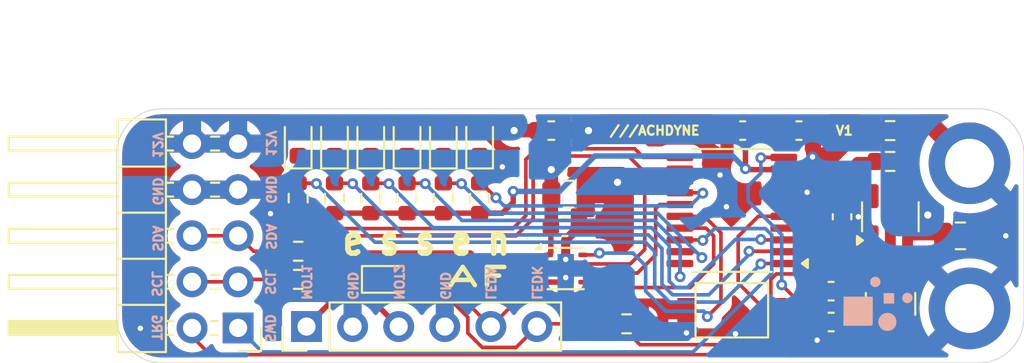
<source format=kicad_pcb>
(kicad_pcb (version 20240108) (generator "pcbnew") (generator_version "8.0")
  (layers (0 "F.Cu" signal) (31 "B.Cu" signal) (34 "B.Paste" user) (35 "F.Paste" user) (36 "B.SilkS" user "B.Silkscreen") (37 "F.SilkS" user "F.Silkscreen") (38 "B.Mask" user) (39 "F.Mask" user) (44 "Edge.Cuts" user))
  (net 0 "")
  (net 1 "GND")
  (net 2 "/PWR3V3")
  (net 3 "/SW")
  (net 4 "Net-(U4-BST)")
  (net 5 "/USB_DN_PU")
  (net 6 "/SDA")
  (net 7 "/SCL")
  (net 8 "/SWDIO")
  (net 9 "/RESET")
  (net 10 "/SCLC")
  (net 11 "/SDAC")
  (net 12 "/A2")
  (net 13 "/A3")
  (net 14 "/A4")
  (net 15 "/A5")
  (net 16 "/A6")
  (net 17 "/A7")
  (net 18 "/TRIGGER")
  (net 19 "/DRV_SLP")
  (net 20 "/DRV_IN1")
  (net 21 "/DRV_IN2")
  (net 22 "/DRV_MODE")
  (net 23 "/PWRIN")
  (net 24 "/ELED_K")
  (net 25 "/ELED_A")
  (net 26 "/PWRINC")
  (net 27 "Net-(U4-FB)")
  (net 30 "/MOT1")
  (net 31 "/MOT2")
  (footprint "Resistor_SMD:R_0603_1608Metric" (layer "F.Cu") (at 120 104.925 90)
    (property "Reference" "R13" (hide yes))
    (property "Value" "10K" (hide yes))
    (pad "1" smd roundrect (at -0.825 0 90) (size 0.8 0.95) (layers "F.Cu" "F.Paste" "F.Mask") (net 2 "/PWR3V3"))
    (pad "2" smd roundrect (at 0.825 0 90) (size 0.8 0.95) (layers "F.Cu" "F.Paste" "F.Mask") (net 12 "/A2"))
  )
  (footprint "MountingHole:MountingHole_2.7mm_M2.5_ISO14580_Pad" (layer "F.Cu") (at 147 103)
    (property "Reference" "H1" (hide yes))
    (property "Value" "MountingHole_Pad" (hide yes))
    (pad "1" thru_hole circle (at 0 0) (size 4.5 4.5) (drill 2.7) (layers "*.Cu" "*.Mask") (net 1 "GND"))
  )
  (footprint "MountingHole:MountingHole_2.7mm_M2.5_ISO14580_Pad" (layer "F.Cu") (at 147 111)
    (property "Reference" "H2" (hide yes))
    (property "Value" "MountingHole_Pad" (hide yes))
    (pad "1" thru_hole circle (at 0 0) (size 4.5 4.5) (drill 2.7) (layers "*.Cu" "*.Mask") (net 1 "GND"))
  )
  (footprint "Resistor_SMD:R_0603_1608Metric" (layer "F.Cu") (at 112 104.925 90)
    (property "Reference" "R9" (hide yes))
    (property "Value" "10K" (hide yes))
    (pad "1" smd roundrect (at -0.825 0 90) (size 0.8 0.95) (layers "F.Cu" "F.Paste" "F.Mask") (net 2 "/PWR3V3"))
    (pad "2" smd roundrect (at 0.825 0 90) (size 0.8 0.95) (layers "F.Cu" "F.Paste" "F.Mask") (net 15 "/A5"))
  )
  (footprint "Inductor_SMD:L_1210_3225Metric" (layer "F.Cu") (at 142.65 110.75 -90)
    (property "Reference" "L1" (hide yes))
    (property "Value" "3.3uH 1.2A" (hide yes))
    (pad "1" smd roundrect (at -1.4 0 270) (size 1.25 2.65) (layers "F.Cu" "F.Paste" "F.Mask") (roundrect_rratio 0.2) (net 3 "/SW"))
    (pad "2" smd roundrect (at 1.4 0 270) (size 1.25 2.65) (layers "F.Cu" "F.Paste" "F.Mask") (roundrect_rratio 0.2) (net 2 "/PWR3V3"))
  )
  (footprint "Package_SON:WSON-8-1EP_2x2mm_P0.5mm_EP0.9x1.6mm_ThermalVias" (layer "F.Cu") (at 124.7425 108.8)
    (property "Reference" "U3" (hide yes))
    (property "Value" "DRV8220" (hide yes))
    (pad "1" smd roundrect (at -0.95 -0.75) (size 0.5 0.25) (layers "F.Cu" "F.Paste" "F.Mask") (net 23 "/PWRIN"))
    (pad "2" smd roundrect (at -0.95 -0.25) (size 0.5 0.25) (layers "F.Cu" "F.Paste" "F.Mask") (net 30 "/MOT1"))
    (pad "3" smd roundrect (at -0.95 0.25) (size 0.5 0.25) (layers "F.Cu" "F.Paste" "F.Mask") (net 31 "/MOT2"))
    (pad "4" smd roundrect (at -0.95 0.75) (size 0.5 0.25) (layers "F.Cu" "F.Paste" "F.Mask") (net 1 "GND"))
    (pad "5" smd roundrect (at 0.95 0.75) (size 0.5 0.25) (layers "F.Cu" "F.Paste" "F.Mask") (net 21 "/DRV_IN2"))
    (pad "6" smd roundrect (at 0.95 0.25) (size 0.5 0.25) (layers "F.Cu" "F.Paste" "F.Mask") (net 20 "/DRV_IN1"))
    (pad "7" smd roundrect (at 0.95 -0.25) (size 0.5 0.25) (layers "F.Cu" "F.Paste" "F.Mask") (net 22 "/DRV_MODE"))
    (pad "8" smd roundrect (at 0.95 -0.75) (size 0.5 0.25) (layers "F.Cu" "F.Paste" "F.Mask") (net 19 "/DRV_SLP"))
    (pad "9" thru_hole circle (at 0 -0.5) (size 0.6 0.6) (drill 0.3) (layers "*.Cu") (net 1 "GND"))
    (pad "9" smd rect (at 0 0) (size 0.9 1.6) (layers "F.Cu" "F.Mask") (net 1 "GND"))
    (pad "9" smd rect (at 0 0) (size 0.9 1.6) (layers "B.Cu") (net 1 "GND"))
    (pad "9" thru_hole circle (at 0 0.5) (size 0.6 0.6) (drill 0.3) (layers "*.Cu") (net 1 "GND"))
  )
  (footprint "Capacitor_SMD:C_0603_1608Metric" (layer "F.Cu") (at 139.375 111.75 180)
    (property "Reference" "C9" (hide yes))
    (property "Value" "22uF" (hide yes))
    (pad "1" smd roundrect (at -0.775 0 180) (size 0.9 0.95) (layers "F.Cu" "F.Paste" "F.Mask") (net 2 "/PWR3V3"))
    (pad "2" smd roundrect (at 0.775 0 180) (size 0.9 0.95) (layers "F.Cu" "F.Paste" "F.Mask") (net 1 "GND"))
  )
  (footprint "Diode_SMD:D_0603_1608Metric" (layer "F.Cu") (at 118 101.8 90)
    (property "Reference" "Q7" (hide yes))
    (property "Value" "Q_Photo_NPN" (hide yes))
    (pad "1" smd roundrect (at -0.7875 0 90) (size 0.875 0.95) (layers "F.Cu" "F.Paste" "F.Mask") (net 13 "/A3"))
    (pad "2" smd roundrect (at 0.7875 0 90) (size 0.875 0.95) (layers "F.Cu" "F.Paste" "F.Mask") (net 1 "GND"))
  )
  (footprint "Resistor_SMD:R_0603_1608Metric" (layer "F.Cu") (at 142.625 101.2 180)
    (property "Reference" "R3" (hide yes))
    (property "Value" "10K" (hide yes))
    (pad "1" smd roundrect (at -0.825 0 180) (size 0.8 0.95) (layers "F.Cu" "F.Paste" "F.Mask") (net 1 "GND"))
    (pad "2" smd roundrect (at 0.825 0 180) (size 0.8 0.95) (layers "F.Cu" "F.Paste" "F.Mask") (net 27 "Net-(U4-FB)"))
  )
  (footprint "Resistor_SMD:R_0603_1608Metric" (layer "F.Cu") (at 114 104.925 90)
    (property "Reference" "R10" (hide yes))
    (property "Value" "10K" (hide yes))
    (pad "1" smd roundrect (at -0.825 0 90) (size 0.8 0.95) (layers "F.Cu" "F.Paste" "F.Mask") (net 2 "/PWR3V3"))
    (pad "2" smd roundrect (at 0.825 0 90) (size 0.8 0.95) (layers "F.Cu" "F.Paste" "F.Mask") (net 16 "/A6"))
  )
  (footprint "Capacitor_SMD:C_0603_1608Metric" (layer "F.Cu") (at 139.975 105.95 -90)
    (property "Reference" "C8" (hide yes))
    (property "Value" "100nF16v" (hide yes))
    (pad "1" smd roundrect (at -0.775 0 270) (size 0.9 0.95) (layers "F.Cu" "F.Paste" "F.Mask") (net 4 "Net-(U4-BST)"))
    (pad "2" smd roundrect (at 0.775 0 270) (size 0.9 0.95) (layers "F.Cu" "F.Paste" "F.Mask") (net 3 "/SW"))
  )
  (footprint "Diode_SMD:D_0603_1608Metric" (layer "F.Cu") (at 116 101.8 90)
    (property "Reference" "Q6" (hide yes))
    (property "Value" "Q_Photo_NPN" (hide yes))
    (pad "1" smd roundrect (at -0.7875 0 90) (size 0.875 0.95) (layers "F.Cu" "F.Paste" "F.Mask") (net 14 "/A4"))
    (pad "2" smd roundrect (at 0.7875 0 90) (size 0.875 0.95) (layers "F.Cu" "F.Paste" "F.Mask") (net 1 "GND"))
  )
  (footprint "Package_SO:TSSOP-20_4.4x6.5mm_P0.65mm" (layer "F.Cu") (at 133.9 105.6 180)
    (property "Reference" "U1" (hide yes))
    (property "Value" "CH32V003F4P6" (hide yes))
    (pad "1" smd roundrect (at -2.8625 -2.925 180) (size 1.475 0.4) (layers "F.Cu" "F.Paste" "F.Mask") (net 17 "/A7"))
    (pad "2" smd roundrect (at -2.8625 -2.275 180) (size 1.475 0.4) (layers "F.Cu" "F.Paste" "F.Mask") (net 15 "/A5"))
    (pad "3" smd roundrect (at -2.8625 -1.625 180) (size 1.475 0.4) (layers "F.Cu" "F.Paste" "F.Mask") (net 16 "/A6"))
    (pad "4" smd roundrect (at -2.8625 -0.975 180) (size 1.475 0.4) (layers "F.Cu" "F.Paste" "F.Mask") (net 9 "/RESET"))
    (pad "5" smd roundrect (at -2.8625 -0.325 180) (size 1.475 0.4) (layers "F.Cu" "F.Paste" "F.Mask") (net 25 "/ELED_A"))
    (pad "6" smd roundrect (at -2.8625 0.325 180) (size 1.475 0.4) (layers "F.Cu" "F.Paste" "F.Mask"))
    (pad "7" smd roundrect (at -2.8625 0.975 180) (size 1.475 0.4) (layers "F.Cu" "F.Paste" "F.Mask") (net 1 "GND"))
    (pad "8" smd roundrect (at -2.8625 1.625 180) (size 1.475 0.4) (layers "F.Cu" "F.Paste" "F.Mask") (net 5 "/USB_DN_PU"))
    (pad "9" smd roundrect (at -2.8625 2.275 180) (size 1.475 0.4) (layers "F.Cu" "F.Paste" "F.Mask") (net 2 "/PWR3V3"))
    (pad "10" smd roundrect (at -2.8625 2.925 180) (size 1.475 0.4) (layers "F.Cu" "F.Paste" "F.Mask") (net 18 "/TRIGGER"))
    (pad "11" smd roundrect (at 2.8625 2.925 180) (size 1.475 0.4) (layers "F.Cu" "F.Paste" "F.Mask") (net 6 "/SDA"))
    (pad "12" smd roundrect (at 2.8625 2.275 180) (size 1.475 0.4) (layers "F.Cu" "F.Paste" "F.Mask") (net 7 "/SCL"))
    (pad "13" smd roundrect (at 2.8625 1.625 180) (size 1.475 0.4) (layers "F.Cu" "F.Paste" "F.Mask") (net 22 "/DRV_MODE"))
    (pad "14" smd roundrect (at 2.8625 0.975 180) (size 1.475 0.4) (layers "F.Cu" "F.Paste" "F.Mask") (net 12 "/A2"))
    (pad "15" smd roundrect (at 2.8625 0.325 180) (size 1.475 0.4) (layers "F.Cu" "F.Paste" "F.Mask") (net 20 "/DRV_IN1"))
    (pad "16" smd roundrect (at 2.8625 -0.325 180) (size 1.475 0.4) (layers "F.Cu" "F.Paste" "F.Mask") (net 19 "/DRV_SLP"))
    (pad "17" smd roundrect (at 2.8625 -0.975 180) (size 1.475 0.4) (layers "F.Cu" "F.Paste" "F.Mask") (net 21 "/DRV_IN2"))
    (pad "18" smd roundrect (at 2.8625 -1.625 180) (size 1.475 0.4) (layers "F.Cu" "F.Paste" "F.Mask") (net 8 "/SWDIO"))
    (pad "19" smd roundrect (at 2.8625 -2.275 180) (size 1.475 0.4) (layers "F.Cu" "F.Paste" "F.Mask") (net 13 "/A3"))
    (pad "20" smd roundrect (at 2.8625 -2.925 180) (size 1.475 0.4) (layers "F.Cu" "F.Paste" "F.Mask") (net 14 "/A4"))
  )
  (footprint "Capacitor_SMD:C_0805_2012Metric" (layer "F.Cu") (at 124.9 104.7)
    (property "Reference" "C3" (hide yes))
    (property "Value" "22uF25v" (hide yes))
    (pad "1" smd roundrect (at -0.95 0) (size 1 1.45) (layers "F.Cu" "F.Paste" "F.Mask") (net 23 "/PWRIN"))
    (pad "2" smd roundrect (at 0.95 0) (size 1 1.45) (layers "F.Cu" "F.Paste" "F.Mask") (net 1 "GND"))
  )
  (footprint "Connector_PinHeader_2.54mm:PinHeader_1x06_P2.54mm_Vertical" (layer "F.Cu") (at 110.46 112 90)
    (property "Reference" "J2" (hide yes))
    (property "Value" "Conn_01x06_Pin" (hide yes))
    (pad "1" thru_hole rect (at 0 0 90) (size 1.7 1.7) (drill 1) (layers "*.Cu" "*.Mask") (net 30 "/MOT1"))
    (pad "2" thru_hole oval (at 0 2.54 90) (size 1.7 1.7) (drill 1) (layers "*.Cu" "*.Mask") (net 1 "GND"))
    (pad "3" thru_hole oval (at 0 5.08 90) (size 1.7 1.7) (drill 1) (layers "*.Cu" "*.Mask") (net 31 "/MOT2"))
    (pad "4" thru_hole oval (at 0 7.62 90) (size 1.7 1.7) (drill 1) (layers "*.Cu" "*.Mask") (net 1 "GND"))
    (pad "5" thru_hole oval (at 0 10.16 90) (size 1.7 1.7) (drill 1) (layers "*.Cu" "*.Mask") (net 25 "/ELED_A"))
    (pad "6" thru_hole oval (at 0 12.7 90) (size 1.7 1.7) (drill 1) (layers "*.Cu" "*.Mask") (net 24 "/ELED_K"))
  )
  (footprint "Resistor_SMD:R_0603_1608Metric" (layer "F.Cu") (at 116 104.925 90)
    (property "Reference" "R11" (hide yes))
    (property "Value" "10K" (hide yes))
    (pad "1" smd roundrect (at -0.825 0 90) (size 0.8 0.95) (layers "F.Cu" "F.Paste" "F.Mask") (net 2 "/PWR3V3"))
    (pad "2" smd roundrect (at 0.825 0 90) (size 0.8 0.95) (layers "F.Cu" "F.Paste" "F.Mask") (net 14 "/A4"))
  )
  (footprint "Capacitor_SMD:C_0603_1608Metric" (layer "F.Cu") (at 134.5 101.2 180)
    (property "Reference" "C1" (hide yes))
    (property "Value" "100nF" (hide yes))
    (pad "1" smd roundrect (at -0.775 0 180) (size 0.9 0.95) (layers "F.Cu" "F.Paste" "F.Mask") (net 2 "/PWR3V3"))
    (pad "2" smd roundrect (at 0.775 0 180) (size 0.9 0.95) (layers "F.Cu" "F.Paste" "F.Mask") (net 1 "GND"))
  )
  (footprint "LD-SWITCH:Button_2P_3x4mm" (layer "F.Cu") (at 133.9 111.1 180)
    (property "Reference" "SW3" (hide yes))
    (property "Value" "SW_Push" (hide yes))
    (pad "1" smd rect (at -2.5 0 180) (size 1 1.35) (layers "F.Cu" "F.Paste" "F.Mask") (net 9 "/RESET"))
    (pad "2" smd rect (at 2.5 0 180) (size 1 1.35) (layers "F.Cu" "F.Paste" "F.Mask") (net 1 "GND"))
  )
  (footprint "Resistor_SMD:R_0603_1608Metric" (layer "F.Cu") (at 128.1 111.85 180)
    (property "Reference" "R1" (hide yes))
    (property "Value" "1K" (hide yes))
    (pad "1" smd roundrect (at -0.825 0 180) (size 0.8 0.95) (layers "F.Cu" "F.Paste" "F.Mask") (net 1 "GND"))
    (pad "2" smd roundrect (at 0.825 0 180) (size 0.8 0.95) (layers "F.Cu" "F.Paste" "F.Mask") (net 24 "/ELED_K"))
  )
  (footprint "Diode_SMD:D_0603_1608Metric" (layer "F.Cu") (at 112 101.8 90)
    (property "Reference" "Q4" (hide yes))
    (property "Value" "Q_Photo_NPN" (hide yes))
    (pad "1" smd roundrect (at -0.7875 0 90) (size 0.875 0.95) (layers "F.Cu" "F.Paste" "F.Mask") (net 15 "/A5"))
    (pad "2" smd roundrect (at 0.7875 0 90) (size 0.875 0.95) (layers "F.Cu" "F.Paste" "F.Mask") (net 1 "GND"))
  )
  (footprint "Fuse:Fuse_0603_1608Metric" (layer "F.Cu") (at 123.95 101.2)
    (property "Reference" "F1" (hide yes))
    (property "Value" "500mA Hold 1A Trip 15V" (hide yes))
    (pad "1" smd roundrect (at -0.7875 0) (size 0.875 0.95) (layers "F.Cu" "F.Paste" "F.Mask") (net 26 "/PWRINC"))
    (pad "2" smd roundrect (at 0.7875 0) (size 0.875 0.95) (layers "F.Cu" "F.Paste" "F.Mask") (net 23 "/PWRIN"))
  )
  (footprint "Resistor_SMD:R_0603_1608Metric" (layer "F.Cu") (at 118 104.925 90)
    (property "Reference" "R12" (hide yes))
    (property "Value" "10K" (hide yes))
    (pad "1" smd roundrect (at -0.825 0 90) (size 0.8 0.95) (layers "F.Cu" "F.Paste" "F.Mask") (net 2 "/PWR3V3"))
    (pad "2" smd roundrect (at 0.825 0 90) (size 0.8 0.95) (layers "F.Cu" "F.Paste" "F.Mask") (net 13 "/A3"))
  )
  (footprint "Resistor_SMD:R_0603_1608Metric" (layer "F.Cu") (at 110 104.925 90)
    (property "Reference" "R4" (hide yes))
    (property "Value" "10K" (hide yes))
    (pad "1" smd roundrect (at -0.825 0 90) (size 0.8 0.95) (layers "F.Cu" "F.Paste" "F.Mask") (net 2 "/PWR3V3"))
    (pad "2" smd roundrect (at 0.825 0 90) (size 0.8 0.95) (layers "F.Cu" "F.Paste" "F.Mask") (net 17 "/A7"))
  )
  (footprint "Capacitor_SMD:C_0805_2012Metric" (layer "F.Cu") (at 146.5 107)
    (property "Reference" "C7" (hide yes))
    (property "Value" "10uF16v" (hide yes))
    (pad "1" smd roundrect (at -0.95 0) (size 1 1.45) (layers "F.Cu" "F.Paste" "F.Mask") (net 23 "/PWRIN"))
    (pad "2" smd roundrect (at 0.95 0) (size 1 1.45) (layers "F.Cu" "F.Paste" "F.Mask") (net 1 "GND"))
  )
  (footprint "Resistor_SMD:R_0603_1608Metric" (layer "F.Cu") (at 110 107.85)
    (property "Reference" "R6" (hide yes))
    (property "Value" "100R" (hide yes))
    (pad "1" smd roundrect (at -0.825 0) (size 0.8 0.95) (layers "F.Cu" "F.Paste" "F.Mask") (net 11 "/SDAC"))
    (pad "2" smd roundrect (at 0.825 0) (size 0.8 0.95) (layers "F.Cu" "F.Paste" "F.Mask") (net 6 "/SDA"))
  )
  (footprint "Diode_SMD:D_0603_1608Metric" (layer "F.Cu") (at 120 101.8 90)
    (property "Reference" "Q8" (hide yes))
    (property "Value" "Q_Photo_NPN" (hide yes))
    (pad "1" smd roundrect (at -0.7875 0 90) (size 0.875 0.95) (layers "F.Cu" "F.Paste" "F.Mask") (net 12 "/A2"))
    (pad "2" smd roundrect (at 0.7875 0 90) (size 0.875 0.95) (layers "F.Cu" "F.Paste" "F.Mask") (net 1 "GND"))
  )
  (footprint "Diode_SMD:D_0603_1608Metric" (layer "F.Cu") (at 114 101.8 90)
    (property "Reference" "Q5" (hide yes))
    (property "Value" "Q_Photo_NPN" (hide yes))
    (pad "1" smd roundrect (at -0.7875 0 90) (size 0.875 0.95) (layers "F.Cu" "F.Paste" "F.Mask") (net 16 "/A6"))
    (pad "2" smd roundrect (at 0.7875 0 90) (size 0.875 0.95) (layers "F.Cu" "F.Paste" "F.Mask") (net 1 "GND"))
  )
  (footprint "Capacitor_SMD:C_0603_1608Metric" (layer "F.Cu") (at 139.375 110.05 180)
    (property "Reference" "C10" (hide yes))
    (property "Value" "22uF" (hide yes))
    (pad "1" smd roundrect (at -0.775 0 180) (size 0.9 0.95) (layers "F.Cu" "F.Paste" "F.Mask") (net 2 "/PWR3V3"))
    (pad "2" smd roundrect (at 0.775 0 180) (size 0.9 0.95) (layers "F.Cu" "F.Paste" "F.Mask") (net 1 "GND"))
  )
  (footprint "Capacitor_SMD:C_0603_1608Metric" (layer "F.Cu") (at 124.7 106.5)
    (property "Reference" "C6" (hide yes))
    (property "Value" "100nF16v" (hide yes))
    (pad "1" smd roundrect (at -0.775 0) (size 0.9 0.95) (layers "F.Cu" "F.Paste" "F.Mask") (net 23 "/PWRIN"))
    (pad "2" smd roundrect (at 0.775 0) (size 0.9 0.95) (layers "F.Cu" "F.Paste" "F.Mask") (net 1 "GND"))
  )
  (footprint "LED_SMD:LED_0603_1608Metric" (layer "F.Cu") (at 115 109.4)
    (property "Reference" "D1" (hide yes))
    (property "Value" "LED" (hide yes))
    (pad "1" smd roundrect (at -0.7875 0) (size 0.875 0.95) (layers "F.Cu" "F.Mask") (net 24 "/ELED_K"))
    (pad "2" smd roundrect (at 0.7875 0) (size 0.875 0.95) (layers "F.Cu" "F.Mask") (net 25 "/ELED_A"))
  )
  (footprint "Resistor_SMD:R_0603_1608Metric" (layer "F.Cu") (at 110 109.4)
    (property "Reference" "R7" (hide yes))
    (property "Value" "100R" (hide yes))
    (pad "1" smd roundrect (at -0.825 0) (size 0.8 0.95) (layers "F.Cu" "F.Paste" "F.Mask") (net 10 "/SCLC"))
    (pad "2" smd roundrect (at 0.825 0) (size 0.8 0.95) (layers "F.Cu" "F.Paste" "F.Mask") (net 7 "/SCL"))
  )
  (footprint "Package_TO_SOT_SMD:TSOT-23-6" (layer "F.Cu") (at 142.6375 105.95 90)
    (property "Reference" "U4" (hide yes))
    (property "Value" "AP62300TWU-7" (hide yes))
    (pad "1" smd roundrect (at -1.1375 -0.95 90) (size 1.325 0.6) (layers "F.Cu" "F.Paste" "F.Mask") (net 1 "GND"))
    (pad "2" smd roundrect (at -1.1375 0 90) (size 1.325 0.6) (layers "F.Cu" "F.Paste" "F.Mask") (net 3 "/SW"))
    (pad "3" smd roundrect (at -1.1375 0.95 90) (size 1.325 0.6) (layers "F.Cu" "F.Paste" "F.Mask") (net 23 "/PWRIN"))
    (pad "4" smd roundrect (at 1.1375 0.95 90) (size 1.325 0.6) (layers "F.Cu" "F.Paste" "F.Mask") (net 27 "Net-(U4-FB)"))
    (pad "5" smd roundrect (at 1.1375 0 90) (size 1.325 0.6) (layers "F.Cu" "F.Paste" "F.Mask"))
    (pad "6" smd roundrect (at 1.1375 -0.95 90) (size 1.325 0.6) (layers "F.Cu" "F.Paste" "F.Mask") (net 4 "Net-(U4-BST)"))
  )
  (footprint "Capacitor_SMD:C_0603_1608Metric" (layer "F.Cu") (at 137.6 101.2)
    (property "Reference" "C2" (hide yes))
    (property "Value" "10uF" (hide yes))
    (pad "1" smd roundrect (at -0.775 0) (size 0.9 0.95) (layers "F.Cu" "F.Paste" "F.Mask") (net 2 "/PWR3V3"))
    (pad "2" smd roundrect (at 0.775 0) (size 0.9 0.95) (layers "F.Cu" "F.Paste" "F.Mask") (net 1 "GND"))
  )
  (footprint "Resistor_SMD:R_0603_1608Metric" (layer "F.Cu") (at 142.625 102.9 180)
    (property "Reference" "R2" (hide yes))
    (property "Value" "33K2" (hide yes))
    (pad "1" smd roundrect (at -0.825 0 180) (size 0.8 0.95) (layers "F.Cu" "F.Paste" "F.Mask") (net 27 "Net-(U4-FB)"))
    (pad "2" smd roundrect (at 0.825 0 180) (size 0.8 0.95) (layers "F.Cu" "F.Paste" "F.Mask") (net 2 "/PWR3V3"))
  )
  (footprint "Diode_SMD:D_0603_1608Metric" (layer "F.Cu") (at 110 101.8 90)
    (property "Reference" "Q3" (hide yes))
    (property "Value" "Q_Photo_NPN" (hide yes))
    (pad "1" smd roundrect (at -0.7875 0 90) (size 0.875 0.95) (layers "F.Cu" "F.Paste" "F.Mask") (net 17 "/A7"))
    (pad "2" smd roundrect (at 0.7875 0 90) (size 0.875 0.95) (layers "F.Cu" "F.Paste" "F.Mask") (net 1 "GND"))
  )
  (footprint "Connector_PinHeader_2.54mm:PinHeader_2x05_P2.54mm_Horizontal" (layer "F.Cu") (at 106.69 112.075 180)
    (property "Reference" "J1" (hide yes))
    (property "Value" "Conn_02x05_Odd_Even" (hide yes))
    (pad "1" thru_hole rect (at 0 0 180) (size 1.7 1.7) (drill 1) (layers "*.Cu" "*.Mask") (net 8 "/SWDIO"))
    (pad "2" thru_hole oval (at 2.54 0 180) (size 1.7 1.7) (drill 1) (layers "*.Cu" "*.Mask") (net 18 "/TRIGGER"))
    (pad "3" thru_hole oval (at 0 2.54 180) (size 1.7 1.7) (drill 1) (layers "*.Cu" "*.Mask") (net 10 "/SCLC"))
    (pad "4" thru_hole oval (at 2.54 2.54 180) (size 1.7 1.7) (drill 1) (layers "*.Cu" "*.Mask") (net 10 "/SCLC"))
    (pad "5" thru_hole oval (at 0 5.08 180) (size 1.7 1.7) (drill 1) (layers "*.Cu" "*.Mask") (net 11 "/SDAC"))
    (pad "6" thru_hole oval (at 2.54 5.08 180) (size 1.7 1.7) (drill 1) (layers "*.Cu" "*.Mask") (net 11 "/SDAC"))
    (pad "7" thru_hole oval (at 0 7.62 180) (size 1.7 1.7) (drill 1) (layers "*.Cu" "*.Mask") (net 1 "GND"))
    (pad "8" thru_hole oval (at 2.54 7.62 180) (size 1.7 1.7) (drill 1) (layers "*.Cu" "*.Mask") (net 1 "GND"))
    (pad "9" thru_hole oval (at 0 10.16 180) (size 1.7 1.7) (drill 1) (layers "*.Cu" "*.Mask") (net 26 "/PWRINC"))
    (pad "10" thru_hole oval (at 2.54 10.16 180) (size 1.7 1.7) (drill 1) (layers "*.Cu" "*.Mask") (net 26 "/PWRINC"))
  )
  (footprint "LD-LOGO:ld-kicad" (layer "B.Cu") (at 141.9 110.9 90)
    (property "Reference" "G***" (hide yes))
    (property "Value" "LOGO" (hide yes))
  )
  (gr_arc (start 102.5 114) (mid 100.732233 113.267767) (end 100 111.5) (stroke (width 0.05)) (layer "Edge.Cuts"))
  (gr_line (start 150 102.5) (end 150 111.5) (stroke (width 0.05)) (layer "Edge.Cuts"))
  (gr_line (start 100 111.5) (end 100 102.5) (stroke (width 0.05)) (layer "Edge.Cuts"))
  (gr_line (start 102.5 100) (end 147.5 100) (stroke (width 0.05)) (layer "Edge.Cuts"))
  (gr_arc (start 100 102.5) (mid 100.732233 100.732233) (end 102.5 100) (stroke (width 0.05)) (layer "Edge.Cuts"))
  (gr_arc (start 150 111.5) (mid 149.267767 113.267767) (end 147.5 114) (stroke (width 0.05)) (layer "Edge.Cuts"))
  (gr_arc (start 147.5 100) (mid 149.267767 100.732233) (end 150 102.5) (stroke (width 0.05)) (layer "Edge.Cuts"))
  (gr_line (start 147.5 114) (end 102.5 114) (stroke (width 0.05)) (layer "Edge.Cuts"))
  (gr_text "LEDA" (at 120.6 110.6 270) (layer "B.SilkS") (effects (font (size 0.5 0.5) (thickness 0.125) (bold yes)) (justify left mirror)))
  (gr_text "SDA" (at 108.5 107.05 270) (layer "B.SilkS") (effects (font (size 0.5 0.5) (thickness 0.125) (bold yes)) (justify mirror)))
  (gr_text "GND" (at 108.5 104.45 270) (layer "B.SilkS") (effects (font (size 0.5 0.5) (thickness 0.125) (bold yes)) (justify mirror)))
  (gr_text "TRG" (at 102.2 112.05 270) (layer "B.SilkS") (effects (font (size 0.5 0.5) (thickness 0.125) (bold yes)) (justify mirror)))
  (gr_text "GND" (at 113 110.6 270) (layer "B.SilkS") (effects (font (size 0.5 0.5) (thickness 0.125) (bold yes)) (justify left mirror)))
  (gr_text "LEDK" (at 123.15 110.6 270) (layer "B.SilkS") (effects (font (size 0.5 0.5) (thickness 0.125) (bold yes)) (justify left mirror)))
  (gr_text "SCL" (at 102.2 109.65 270) (layer "B.SilkS") (effects (font (size 0.5 0.5) (thickness 0.125) (bold yes)) (justify mirror)))
  (gr_text "12V" (at 108.5 101.9 270) (layer "B.SilkS") (effects (font (size 0.5 0.5) (thickness 0.125) (bold yes)) (justify mirror)))
  (gr_text "SDA" (at 102.25 107.15 270) (layer "B.SilkS") (effects (font (size 0.5 0.5) (thickness 0.125) (bold yes)) (justify mirror)))
  (gr_text "SWD" (at 108.45 112.1 -90) (layer "B.SilkS") (effects (font (size 0.5 0.5) (thickness 0.125) (bold yes)) (justify mirror)))
  (gr_text "GND" (at 118.1 110.6 270) (layer "B.SilkS") (effects (font (size 0.5 0.5) (thickness 0.125) (bold yes)) (justify left mirror)))
  (gr_text "12V" (at 102.25 102 270) (layer "B.SilkS") (effects (font (size 0.5 0.5) (thickness 0.125) (bold yes)) (justify mirror)))
  (gr_text "GND" (at 102.25 104.55 270) (layer "B.SilkS") (effects (font (size 0.5 0.5) (thickness 0.125) (bold yes)) (justify mirror)))
  (gr_text "MOT1" (at 110.45 110.6 270) (layer "B.SilkS") (effects (font (size 0.5 0.5) (thickness 0.125) (bold yes)) (justify left mirror)))
  (gr_text "SCL" (at 108.45 109.55 270) (layer "B.SilkS") (effects (font (size 0.5 0.5) (thickness 0.125) (bold yes)) (justify mirror)))
  (gr_text "MOT2" (at 115.55 110.6 270) (layer "B.SilkS") (effects (font (size 0.5 0.5) (thickness 0.125) (bold yes)) (justify left mirror)))
  (gr_text "AF" (at 118.05 109.85 0) (layer "F.SilkS") (effects (font (size 1 2) (thickness 0.25) (bold yes)) (justify left bottom)))
  (gr_text "///ACHDYNE" (at 127.1 101.2 0) (layer "F.SilkS") (effects (font (size 0.5 0.5) (thickness 0.125) (bold yes)) (justify left)))
  (gr_text "V1" (at 140.1 101.2 0) (layer "F.SilkS") (effects (font (size 0.5 0.5) (thickness 0.125) (bold yes))))
  (gr_text "e s s e n" (at 112.3 108.15 0) (layer "F.SilkS") (effects (font (size 1.5 1.25) (thickness 0.3125) (bold yes)) (justify left bottom)))
  (segment (start 141.6875 106.7625) (end 140.875 105.95) (width 0.5) (layer "F.Cu") (net 1))
  (segment (start 123.7925 109.55) (end 124.4925 109.55) (width 0.3) (layer "F.Cu") (net 1))
  (segment (start 116 101.0125) (end 114 101.0125) (width 0.5) (layer "F.Cu") (net 1))
  (segment (start 138.375 101.2) (end 138.375 102.625) (width 0.3) (layer "F.Cu") (net 1))
  (segment (start 120 101.0125) (end 118 101.0125) (width 0.5) (layer "F.Cu") (net 1))
  (segment (start 136.7625 104.625) (end 138.025 104.625) (width 0.5) (layer "F.Cu") (net 1))
  (segment (start 138.375 102.625) (end 138.35 102.65) (width 0.3) (layer "F.Cu") (net 1))
  (segment (start 120 101.0125) (end 121.25 102.2625) (width 0.5) (layer "F.Cu") (net 1))
  (segment (start 121.25 102.2625) (end 121.25 103.2) (width 0.5) (layer "F.Cu") (net 1))
  (segment (start 124.7425 107.2325) (end 125.475 106.5) (width 0.5) (layer "F.Cu") (net 1))
  (segment (start 138.6 111.75) (end 138.6 112.75) (width 0.5) (layer "F.Cu") (net 1))
  (segment (start 112 101.0125) (end 110 101.0125) (width 0.5) (layer "F.Cu") (net 1))
  (segment (start 131.4 112.35) (end 134.05 112.35) (width 0.5) (layer "F.Cu") (net 1))
  (segment (start 135.525 104.625) (end 135.5 104.6) (width 0.5) (layer "F.Cu") (net 1))
  (segment (start 133.725 101.2) (end 133.725 101.225) (width 0.5) (layer "F.Cu") (net 1))
  (segment (start 125.45 106.475) (end 125.475 106.5) (width 0.5) (layer "F.Cu") (net 1))
  (segment (start 114 101.0125) (end 112 101.0125) (width 0.5) (layer "F.Cu") (net 1))
  (segment (start 136.7625 104.625) (end 135.525 104.625) (width 0.5) (layer "F.Cu") (net 1))
  (segment (start 124.4925 109.55) (end 124.7425 109.3) (width 0.3) (layer "F.Cu") (net 1))
  (segment (start 138.025 104.625) (end 138.05 104.6) (width 0.5) (layer "F.Cu") (net 1))
  (segment (start 134.05 112.35) (end 134.1 112.4) (width 0.5) (layer "F.Cu") (net 1))
  (segment (start 118 101.0125) (end 116 101.0125) (width 0.5) (layer "F.Cu") (net 1))
  (segment (start 131.4 111.1) (end 131.4 112.35) (width 0.5) (layer "F.Cu") (net 1))
  (segment (start 141.6875 107.0875) (end 141.6875 106.7625) (width 0.5) (layer "F.Cu") (net 1))
  (segment (start 124.7425 108.3) (end 124.7425 107.2325) (width 0.5) (layer "F.Cu") (net 1))
  (segment (start 106.69 104.455) (end 106.69 104.3225) (width 0.5) (layer "F.Cu") (net 1))
  (via (at 101.3 112.1) (size 0.6) (drill 0.3) (layers "F.Cu" "B.Cu") (net 1))
  (via (at 133.6 105.4) (size 0.6) (drill 0.3) (layers "F.Cu" "B.Cu") (net 1))
  (via (at 149 107) (size 0.6) (drill 0.3) (layers "F.Cu" "B.Cu") (net 1))
  (via (at 131.4 112.35) (size 0.6) (drill 0.3) (layers "F.Cu" "B.Cu") (net 1))
  (via (at 121.25 103.2) (size 0.6) (drill 0.3) (layers "F.Cu" "B.Cu") (net 1))
  (via (at 138.6 112.75) (size 0.6) (drill 0.3) (layers "F.Cu" "B.Cu") (net 1))
  (via (at 134.1 112.4) (size 0.6) (drill 0.3) (layers "F.Cu" "B.Cu") (net 1))
  (via (at 127.6 104.05) (size 0.8) (drill 0.4) (layers "F.Cu" "B.Cu") (net 1))
  (via (at 138.35 102.65) (size 0.6) (drill 0.3) (layers "F.Cu" "B.Cu") (net 1))
  (via (at 133.25 103.65) (size 0.6) (drill 0.3) (layers "F.Cu" "B.Cu") (net 1))
  (via (at 138.05 104.6) (size 0.6) (drill 0.3) (layers "F.Cu" "B.Cu") (net 1))
  (via (at 140.875 105.95) (size 0.6) (drill 0.3) (layers "F.Cu" "B.Cu") (net 1))
  (via (at 108.475 105.775) (size 0.6) (drill 0.3) (layers "F.Cu" "B.Cu") (net 1))
  (segment (start 136.7625 103.325) (end 136.7375 103.35) (width 0.3) (layer "F.Cu") (net 2))
  (segment (start 111.975 105.775) (end 112 105.75) (width 0.2) (layer "F.Cu") (net 2))
  (segment (start 139.05 108.95) (end 140.15 110.05) (width 0.5) (layer "F.Cu") (net 2))
  (segment (start 114 105.75) (end 116 105.75) (width 0.3) (layer "F.Cu") (net 2))
  (segment (start 139.05 104.664172) (end 139.05 108.95) (width 0.5) (layer "F.Cu") (net 2))
  (segment (start 136.7625 103.325) (end 137.710828 103.325) (width 0.3) (layer "F.Cu") (net 2))
  (segment (start 112 105.75) (end 114 105.75) (width 0.3) (layer "F.Cu") (net 2))
  (segment (start 140.15 111.75) (end 142.25 111.75) (width 0.5) (layer "F.Cu") (net 2))
  (segment (start 118 105.75) (end 120 105.75) (width 0.3) (layer "F.Cu") (net 2))
  (segment (start 142.25 111.75) (end 142.65 112.15) (width 0.5) (layer "F.Cu") (net 2))
  (segment (start 135.275 101.2) (end 136.825 101.2) (width 0.3) (layer "F.Cu") (net 2))
  (segment (start 140.15 110.05) (end 140.15 111.75) (width 0.5) (layer "F.Cu") (net 2))
  (segment (start 134.7 103.35) (end 134.65 103.3) (width 0.3) (layer "F.Cu") (net 2))
  (segment (start 140.814172 102.9) (end 139.05 104.664172) (width 0.5) (layer "F.Cu") (net 2))
  (segment (start 110 105.75) (end 112 105.75) (width 0.3) (layer "F.Cu") (net 2))
  (segment (start 141.8 102.9) (end 140.814172 102.9) (width 0.5) (layer "F.Cu") (net 2))
  (segment (start 121.25 105.75) (end 121.85 105.15) (width 0.3) (layer "F.Cu") (net 2))
  (segment (start 135.275 101.2) (end 134.65 101.825) (width 0.3) (layer "F.Cu") (net 2))
  (segment (start 136.7375 103.35) (end 134.7 103.35) (width 0.3) (layer "F.Cu") (net 2))
  (segment (start 121.85 105.15) (end 121.85 104.55) (width 0.3) (layer "F.Cu") (net 2))
  (segment (start 116 105.75) (end 118 105.75) (width 0.3) (layer "F.Cu") (net 2))
  (segment (start 134.65 101.825) (end 134.65 103.3) (width 0.3) (layer "F.Cu") (net 2))
  (segment (start 110.025 105.775) (end 110 105.75) (width 0.2) (layer "F.Cu") (net 2))
  (segment (start 137.710828 103.325) (end 139.05 104.664172) (width 0.3) (layer "F.Cu") (net 2))
  (segment (start 120 105.75) (end 121.25 105.75) (width 0.3) (layer "F.Cu") (net 2))
  (via (at 121.85 104.55) (size 0.6) (drill 0.3) (layers "F.Cu" "B.Cu") (net 2))
  (via (at 134.65 103.3) (size 0.6) (drill 0.3) (layers "F.Cu" "B.Cu") (net 2))
  (segment (start 133.95 102.6) (end 134.65 103.3) (width 0.3) (layer "B.Cu") (net 2))
  (segment (start 126.35 102.6) (end 133.95 102.6) (width 0.3) (layer "B.Cu") (net 2))
  (segment (start 121.85 104.55) (end 124.4 104.55) (width 0.3) (layer "B.Cu") (net 2))
  (segment (start 124.4 104.55) (end 126.35 102.6) (width 0.3) (layer "B.Cu") (net 2))
  (segment (start 142.15 109.35) (end 142.65 109.35) (width 0.5) (layer "F.Cu") (net 3))
  (segment (start 142.6375 109.3375) (end 142.65 109.35) (width 0.5) (layer "F.Cu") (net 3))
  (segment (start 142.6375 107.0875) (end 142.6375 109.3375) (width 0.5) (layer "F.Cu") (net 3))
  (segment (start 139.975 106.725) (end 139.975 107.175) (width 0.5) (layer "F.Cu") (net 3))
  (segment (start 139.975 107.175) (end 142.15 109.35) (width 0.5) (layer "F.Cu") (net 3))
  (segment (start 140.3375 104.8125) (end 139.975 105.175) (width 0.5) (layer "F.Cu") (net 4))
  (segment (start 141.6875 104.8125) (end 140.3375 104.8125) (width 0.5) (layer "F.Cu") (net 4))
  (segment (start 129.025 102.675) (end 131.0375 102.675) (width 0.2) (layer "F.Cu") (net 6))
  (segment (start 110.825 107.375) (end 111.6 106.6) (width 0.2) (layer "F.Cu") (net 6))
  (segment (start 122.55 105.884314) (end 122.55 102.784314) (width 0.2) (layer "F.Cu") (net 6))
  (segment (start 123.134314 102.2) (end 128.55 102.2) (width 0.2) (layer "F.Cu") (net 6))
  (segment (start 121.834314 106.6) (end 122.55 105.884314) (width 0.2) (layer "F.Cu") (net 6))
  (segment (start 128.55 102.2) (end 129.025 102.675) (width 0.2) (layer "F.Cu") (net 6))
  (segment (start 111.6 106.6) (end 121.834314 106.6) (width 0.2) (layer "F.Cu") (net 6))
  (segment (start 122.55 102.784314) (end 123.134314 102.2) (width 0.2) (layer "F.Cu") (net 6))
  (segment (start 110.825 107.85) (end 110.825 107.375) (width 0.2) (layer "F.Cu") (net 6))
  (segment (start 111.65 107.65) (end 112.3 107) (width 0.2) (layer "F.Cu") (net 7))
  (segment (start 110.825 109.4) (end 111.65 108.575) (width 0.2) (layer "F.Cu") (net 7))
  (segment (start 122.95 106.05) (end 122.95 102.95) (width 0.2) (layer "F.Cu") (net 7))
  (segment (start 111.65 108.575) (end 111.65 107.65) (width 0.2) (layer "F.Cu") (net 7))
  (segment (start 122.95 102.95) (end 123.3 102.6) (width 0.2) (layer "F.Cu") (net 7))
  (segment (start 123.3 102.6) (end 128.2 102.6) (width 0.2) (layer "F.Cu") (net 7))
  (segment (start 112.3 107) (end 122 107) (width 0.2) (layer "F.Cu") (net 7))
  (segment (start 122 107) (end 122.95 106.05) (width 0.2) (layer "F.Cu") (net 7))
  (segment (start 128.2 102.6) (end 128.925 103.325) (width 0.2) (layer "F.Cu") (net 7))
  (segment (start 128.925 103.325) (end 131.0375 103.325) (width 0.2) (layer "F.Cu") (net 7))
  (segment (start 131.0375 107.225) (end 132.275 107.225) (width 0.2) (layer "F.Cu") (net 8))
  (segment (start 132.275 107.225) (end 132.3 107.25) (width 0.2) (layer "F.Cu") (net 8))
  (via (at 132.3 107.25) (size 0.6) (drill 0.3) (layers "F.Cu" "B.Cu") (net 8))
  (segment (start 136.1 106.95) (end 136.1 109.065686) (width 0.2) (layer "B.Cu") (net 8))
  (segment (start 132.3 107.25) (end 132.95 106.6) (width 0.2) (layer "B.Cu") (net 8))
  (segment (start 132.95 106.6) (end 135.75 106.6) (width 0.2) (layer "B.Cu") (net 8))
  (segment (start 136.1 109.065686) (end 131.765686 113.4) (width 0.2) (layer "B.Cu") (net 8))
  (segment (start 135.75 106.6) (end 136.1 106.95) (width 0.2) (layer "B.Cu") (net 8))
  (segment (start 108.015 113.4) (end 106.69 112.075) (width 0.2) (layer "B.Cu") (net 8))
  (segment (start 131.765686 113.4) (end 108.015 113.4) (width 0.2) (layer "B.Cu") (net 8))
  (segment (start 137.8 106.875001) (end 137.8 108.8) (width 0.2) (layer "F.Cu") (net 9))
  (segment (start 136.35 109.1) (end 136.05 109.4) (width 0.2) (layer "F.Cu") (net 9))
  (segment (start 137.8 108.8) (end 137.5 109.1) (width 0.2) (layer "F.Cu") (net 9))
  (segment (start 136.05 109.4) (end 136.05 110.75) (width 0.2) (layer "F.Cu") (net 9))
  (segment (start 137.5 109.1) (end 136.35 109.1) (width 0.2) (layer "F.Cu") (net 9))
  (segment (start 136.05 110.75) (end 136.4 111.1) (width 0.2) (layer "F.Cu") (net 9))
  (segment (start 137.499999 106.575) (end 137.8 106.875001) (width 0.2) (layer "F.Cu") (net 9))
  (segment (start 136.7625 106.575) (end 137.499999 106.575) (width 0.2) (layer "F.Cu") (net 9))
  (segment (start 109.175 109.4) (end 106.825 109.4) (width 0.2) (layer "F.Cu") (net 10))
  (segment (start 106.825 109.4) (end 106.69 109.535) (width 0.2) (layer "F.Cu") (net 10))
  (segment (start 106.69 109.535) (end 104.15 109.535) (width 0.2) (layer "F.Cu") (net 10))
  (segment (start 106.875 109.35) (end 106.69 109.535) (width 0.2) (layer "F.Cu") (net 10))
  (segment (start 107.545 107.85) (end 109.175 107.85) (width 0.2) (layer "F.Cu") (net 11))
  (segment (start 106.69 106.995) (end 107.545 107.85) (width 0.2) (layer "F.Cu") (net 11))
  (segment (start 106.69 106.995) (end 104.15 106.995) (width 0.2) (layer "F.Cu") (net 11))
  (segment (start 120 104.1) (end 120.1 104.1) (width 0.2) (layer "F.Cu") (net 12))
  (segment (start 132.275 104.625) (end 132.3 104.65) (width 0.2) (layer "F.Cu") (net 12))
  (segment (start 131.0375 104.625) (end 132.275 104.625) (width 0.2) (layer "F.Cu") (net 12))
  (segment (start 120 102.5875) (end 120 104.1) (width 0.2) (layer "F.Cu") (net 12))
  (segment (start 120.1 104.1) (end 120.9 104.9) (width 0.2) (layer "F.Cu") (net 12))
  (segment (start 120 102.5875) (end 120.1875 102.5875) (width 0.2) (layer "F.Cu") (net 12))
  (via (at 132.3 104.65) (size 0.6) (drill 0.3) (layers "F.Cu" "B.Cu") (net 12))
  (via (at 120.9 104.9) (size 0.6) (drill 0.3) (layers "F.Cu" "B.Cu") (net 12))
  (segment (start 131.6 105.35) (end 132.3 104.65) (width 0.2) (layer "B.Cu") (net 12))
  (segment (start 121.35 105.35) (end 131.6 105.35) (width 0.2) (layer "B.Cu") (net 12))
  (segment (start 120.9 104.9) (end 121.35 105.35) (width 0.2) (layer "B.Cu") (net 12))
  (segment (start 118 102.5875) (end 118.1875 102.5875) (width 0.2) (layer "F.Cu") (net 13))
  (segment (start 118.975 104.1) (end 119 104.125) (width 0.2) (layer "F.Cu") (net 13))
  (segment (start 118 104.1) (end 118.975 104.1) (width 0.2) (layer "F.Cu") (net 13))
  (segment (start 131.0375 107.875) (end 131.925 107.875) (width 0.2) (layer "F.Cu") (net 13))
  (segment (start 118 102.5875) (end 118 104.1) (width 0.2) (layer "F.Cu") (net 13))
  (segment (start 131.925 107.875) (end 132.25 108.2) (width 0.2) (layer "F.Cu") (net 13))
  (via (at 132.25 108.2) (size 0.6) (drill 0.3) (layers "F.Cu" "B.Cu") (net 13))
  (via (at 119 104.125) (size 0.6) (drill 0.3) (layers "F.Cu" "B.Cu") (net 13))
  (segment (start 132.25 108.2) (end 129.8 105.75) (width 0.2) (layer "B.Cu") (net 13))
  (segment (start 120.625 105.75) (end 119 104.125) (width 0.2) (layer "B.Cu") (net 13))
  (segment (start 129.8 105.75) (end 120.625 105.75) (width 0.2) (layer "B.Cu") (net 13))
  (segment (start 116.975 104.1) (end 117 104.125) (width 0.2) (layer "F.Cu") (net 14))
  (segment (start 116 102.5875) (end 116.1875 102.5875) (width 0.2) (layer "F.Cu") (net 14))
  (segment (start 131.0375 108.525) (end 131.0375 109.2375) (width 0.2) (layer "F.Cu") (net 14))
  (segment (start 131.0375 109.2375) (end 131.05 109.25) (width 0.2) (layer "F.Cu") (net 14))
  (segment (start 116 102.5875) (end 116 104.1) (width 0.2) (layer "F.Cu") (net 14))
  (segment (start 116 104.1) (end 116.975 104.1) (width 0.2) (layer "F.Cu") (net 14))
  (via (at 117 104.125) (size 0.6) (drill 0.3) (layers "F.Cu" "B.Cu") (net 14))
  (via (at 131.05 109.25) (size 0.6) (drill 0.3) (layers "F.Cu" "B.Cu") (net 14))
  (segment (start 131.05 107.565686) (end 129.634314 106.15) (width 0.2) (layer "B.Cu") (net 14))
  (segment (start 129.634314 106.15) (end 119.025 106.15) (width 0.2) (layer "B.Cu") (net 14))
  (segment (start 119.025 106.15) (end 117 104.125) (width 0.2) (layer "B.Cu") (net 14))
  (segment (start 131.05 109.25) (end 131.05 107.565686) (width 0.2) (layer "B.Cu") (net 14))
  (segment (start 112 102.5875) (end 112.1875 102.5875) (width 0.2) (layer "F.Cu") (net 15))
  (segment (start 136.7375 107.85) (end 136.7625 107.875) (width 0.2) (layer "F.Cu") (net 15))
  (segment (start 112.975 104.1) (end 113 104.125) (width 0.2) (layer "F.Cu") (net 15))
  (segment (start 112 104.1) (end 112.975 104.1) (width 0.2) (layer "F.Cu") (net 15))
  (segment (start 134.85 107.85) (end 136.7375 107.85) (width 0.2) (layer "F.Cu") (net 15))
  (segment (start 112 102.5875) (end 112 104.1) (width 0.2) (layer "F.Cu") (net 15))
  (via (at 134.85 107.85) (size 0.6) (drill 0.3) (layers "F.Cu" "B.Cu") (net 15))
  (via (at 113 104.125) (size 0.6) (drill 0.3) (layers "F.Cu" "B.Cu") (net 15))
  (segment (start 134.85 107.85) (end 134.85 108.034314) (width 0.2) (layer "B.Cu") (net 15))
  (segment (start 115.825 106.95) (end 113 104.125) (width 0.2) (layer "B.Cu") (net 15))
  (segment (start 132.634314 110.25) (end 130.635785 110.25) (width 0.2) (layer "B.Cu") (net 15))
  (segment (start 130.635785 110.25) (end 130.05 109.664215) (width 0.2) (layer "B.Cu") (net 15))
  (segment (start 130.05 107.697058) (end 129.302942 106.95) (width 0.2) (layer "B.Cu") (net 15))
  (segment (start 134.85 108.034314) (end 132.634314 110.25) (width 0.2) (layer "B.Cu") (net 15))
  (segment (start 130.05 109.664215) (end 130.05 107.697058) (width 0.2) (layer "B.Cu") (net 15))
  (segment (start 129.302942 106.95) (end 115.825 106.95) (width 0.2) (layer "B.Cu") (net 15))
  (segment (start 135.525 107.225) (end 135.5 107.2) (width 0.2) (layer "F.Cu") (net 16))
  (segment (start 136.7625 107.225) (end 135.525 107.225) (width 0.2) (layer "F.Cu") (net 16))
  (segment (start 114 102.5875) (end 114 104.1) (width 0.2) (layer "F.Cu") (net 16))
  (segment (start 114 102.5875) (end 114.1875 102.5875) (width 0.2) (layer "F.Cu") (net 16))
  (segment (start 114.975 104.1) (end 115 104.125) (width 0.2) (layer "F.Cu") (net 16))
  (segment (start 114 104.1) (end 114.975 104.1) (width 0.2) (layer "F.Cu") (net 16))
  (via (at 135.5 107.2) (size 0.6) (drill 0.3) (layers "F.Cu" "B.Cu") (net 16))
  (via (at 115 104.125) (size 0.6) (drill 0.3) (layers "F.Cu" "B.Cu") (net 16))
  (segment (start 130.45 108.215686) (end 130.45 109.498529) (width 0.2) (layer "B.Cu") (net 16))
  (segment (start 130.45 107.531372) (end 129.468628 106.55) (width 0.2) (layer "B.Cu") (net 16))
  (segment (start 115 104.125) (end 117.425 106.55) (width 0.2) (layer "B.Cu") (net 16))
  (segment (start 131.448529 109.85) (end 134.098529 107.2) (width 0.2) (layer "B.Cu") (net 16))
  (segment (start 117.425 106.55) (end 126.254414 106.55) (width 0.2) (layer "B.Cu") (net 16))
  (segment (start 128.8 106.55) (end 126.2 106.55) (width 0.2) (layer "B.Cu") (net 16))
  (segment (start 130.45 109.498529) (end 130.801471 109.85) (width 0.2) (layer "B.Cu") (net 16))
  (segment (start 129.468628 106.55) (end 128.8 106.55) (width 0.2) (layer "B.Cu") (net 16))
  (segment (start 130.801471 109.85) (end 131.448529 109.85) (width 0.2) (layer "B.Cu") (net 16))
  (segment (start 134.098529 107.2) (end 135.5 107.2) (width 0.2) (layer "B.Cu") (net 16))
  (segment (start 130.45 108.215686) (end 130.45 107.531372) (width 0.2) (layer "B.Cu") (net 16))
  (segment (start 136.7625 108.525) (end 135.525 108.525) (width 0.2) (layer "F.Cu") (net 17))
  (segment (start 110 104.1) (end 110.975 104.1) (width 0.2) (layer "F.Cu") (net 17))
  (segment (start 110 102.5875) (end 110.1875 102.5875) (width 0.2) (layer "F.Cu") (net 17))
  (segment (start 110 102.5875) (end 110 104.1) (width 0.2) (layer "F.Cu") (net 17))
  (segment (start 135.525 108.525) (end 135.5 108.55) (width 0.2) (layer "F.Cu") (net 17))
  (segment (start 110.975 104.1) (end 111 104.125) (width 0.2) (layer "F.Cu") (net 17))
  (via (at 111 104.125) (size 0.6) (drill 0.3) (layers "F.Cu" "B.Cu") (net 17))
  (via (at 135.5 108.55) (size 0.6) (drill 0.3) (layers "F.Cu" "B.Cu") (net 17))
  (segment (start 129.65 107.862744) (end 129.137256 107.35) (width 0.2) (layer "B.Cu") (net 17))
  (segment (start 135.5 108.55) (end 133.4 110.65) (width 0.2) (layer "B.Cu") (net 17))
  (segment (start 129.137256 107.35) (end 114.225 107.35) (width 0.2) (layer "B.Cu") (net 17))
  (segment (start 133.4 110.65) (end 130.470099 110.65) (width 0.2) (layer "B.Cu") (net 17))
  (segment (start 129.65 109.8299) (end 129.65 107.862744) (width 0.2) (layer "B.Cu") (net 17))
  (segment (start 114.225 107.35) (end 111 104.125) (width 0.2) (layer "B.Cu") (net 17))
  (segment (start 130.31005 110.48995) (end 129.65 109.8299) (width 0.2) (layer "B.Cu") (net 17))
  (segment (start 130.470099 110.65) (end 130.31005 110.48995) (width 0.2) (layer "B.Cu") (net 17))
  (segment (start 136.7625 102.675) (end 135.525 102.675) (width 0.2) (layer "F.Cu") (net 18))
  (segment (start 135.525 102.675) (end 135.5 102.7) (width 0.2) (layer "F.Cu") (net 18))
  (segment (start 105.15 113.55) (end 135.95 113.55) (width 0.2) (layer "F.Cu") (net 18))
  (segment (start 137.35 110.4) (end 136.65 109.7) (width 0.2) (layer "F.Cu") (net 18))
  (segment (start 137.35 112.15) (end 137.35 110.4) (width 0.2) (layer "F.Cu") (net 18))
  (segment (start 135.95 113.55) (end 137.35 112.15) (width 0.2) (layer "F.Cu") (net 18))
  (segment (start 104.15 112.55) (end 105.15 113.55) (width 0.2) (layer "F.Cu") (net 18))
  (segment (start 104.15 112.075) (end 104.15 112.55) (width 0.2) (layer "F.Cu") (net 18))
  (via (at 136.65 109.7) (size 0.6) (drill 0.3) (layers "F.Cu" "B.Cu") (net 18))
  (via (at 135.5 102.7) (size 0.6) (drill 0.3) (layers "F.Cu" "B.Cu") (net 18))
  (segment (start 135.5 103.55) (end 135.5 102.7) (width 0.2) (layer "B.Cu") (net 18))
  (segment (start 134.8 105.084314) (end 134.8 104.25) (width 0.2) (layer "B.Cu") (net 18))
  (segment (start 136.65 109.7) (end 136.7 109.65) (width 0.2) (layer "B.Cu") (net 18))
  (segment (start 136.65 106.934314) (end 134.8 105.084314) (width 0.2) (layer "B.Cu") (net 18))
  (segment (start 136.65 109.7) (end 136.65 106.934314) (width 0.2) (layer "B.Cu") (net 18))
  (segment (start 134.8 104.25) (end 135.5 103.55) (width 0.2) (layer "B.Cu") (net 18))
  (segment (start 125.6925 108.05) (end 126.5 108.05) (width 0.2) (layer "F.Cu") (net 19))
  (segment (start 131.0375 105.925) (end 132.389215 105.925) (width 0.2) (layer "F.Cu") (net 19))
  (segment (start 126.5 108.05) (end 126.6 107.95) (width 0.2) (layer "F.Cu") (net 19))
  (segment (start 133.3 110.7) (end 132.55 111.45) (width 0.2) (layer "F.Cu") (net 19))
  (segment (start 132.389215 105.925) (end 133.3 106.835785) (width 0.2) (layer "F.Cu") (net 19))
  (segment (start 133.3 106.835785) (end 133.3 110.7) (width 0.2) (layer "F.Cu") (net 19))
  (via (at 132.55 111.45) (size 0.6) (drill 0.3) (layers "F.Cu" "B.Cu") (net 19))
  (via (at 126.6 107.95) (size 0.6) (drill 0.3) (layers "F.Cu" "B.Cu") (net 19))
  (segment (start 129.15 110.05) (end 129.15 108.65) (width 0.2) (layer "B.Cu") (net 19))
  (segment (start 132.55 111.35) (end 132.35 111.15) (width 0.2) (layer "B.Cu") (net 19))
  (segment (start 129.15 108.65) (end 128.45 107.95) (width 0.2) (layer "B.Cu") (net 19))
  (segment (start 128.45 107.95) (end 126.6 107.95) (width 0.2) (layer "B.Cu") (net 19))
  (segment (start 130.25 111.15) (end 129.15 110.05) (width 0.2) (layer "B.Cu") (net 19))
  (segment (start 132.35 111.15) (end 130.25 111.15) (width 0.2) (layer "B.Cu") (net 19))
  (segment (start 132.55 111.45) (end 132.55 111.35) (width 0.2) (layer "B.Cu") (net 19))
  (segment (start 131.0375 105.275) (end 129.925 105.275) (width 0.2) (layer "F.Cu") (net 20))
  (segment (start 129.925 105.275) (end 129.7 105.5) (width 0.2) (layer "F.Cu") (net 20))
  (segment (start 129.7 105.5) (end 129.7 108.05) (width 0.2) (layer "F.Cu") (net 20))
  (segment (start 129.7 108.05) (end 128.7 109.05) (width 0.2) (layer "F.Cu") (net 20))
  (segment (start 128.7 109.05) (end 125.6925 109.05) (width 0.2) (layer "F.Cu") (net 20))
  (segment (start 131.6 109.85) (end 125.9925 109.85) (width 0.2) (layer "F.Cu") (net 21))
  (segment (start 132.9 108.55) (end 131.6 109.85) (width 0.2) (layer "F.Cu") (net 21))
  (segment (start 132.9 107.001471) (end 132.9 108.55) (width 0.2) (layer "F.Cu") (net 21))
  (segment (start 131.0375 106.575) (end 132.473529 106.575) (width 0.2) (layer "F.Cu") (net 21))
  (segment (start 132.473529 106.575) (end 132.9 107.001471) (width 0.2) (layer "F.Cu") (net 21))
  (segment (start 125.9925 109.85) (end 125.6925 109.55) (width 0.2) (layer "F.Cu") (net 21))
  (segment (start 129.825 103.975) (end 131.0375 103.975) (width 0.2) (layer "F.Cu") (net 22))
  (segment (start 128.3 108.55) (end 129.1 107.75) (width 0.2) (layer "F.Cu") (net 22))
  (segment (start 125.6925 108.55) (end 128.3 108.55) (width 0.2) (layer "F.Cu") (net 22))
  (segment (start 129.1 107.75) (end 129.1 104.7) (width 0.2) (layer "F.Cu") (net 22))
  (segment (start 129.1 104.7) (end 129.825 103.975) (width 0.2) (layer "F.Cu") (net 22))
  (segment (start 123.925 107.9175) (end 123.7925 108.05) (width 0.3) (layer "F.Cu") (net 23))
  (segment (start 124.7375 101.2) (end 126 101.2) (width 0.75) (layer "F.Cu") (net 23))
  (segment (start 123.95 106.475) (end 123.925 106.5) (width 0.75) (layer "F.Cu") (net 23))
  (segment (start 123.925 104.725) (end 123.95 104.7) (width 0.3) (layer "F.Cu") (net 23))
  (segment (start 123.8 106.625) (end 123.925 106.5) (width 0.3) (layer "F.Cu") (net 23))
  (segment (start 145.55 107) (end 143.675 107) (width 0.5) (layer "F.Cu") (net 23))
  (segment (start 123.9 106.475) (end 123.925 106.5) (width 0.5) (layer "F.Cu") (net 23))
  (segment (start 145.55 106.7) (end 144.7 105.85) (width 0.5) (layer "F.Cu") (net 23))
  (segment (start 123.925 106.5) (end 123.925 107.9175) (width 0.3) (layer "F.Cu") (net 23))
  (segment (start 143.675 107) (end 143.5875 107.0875) (width 0.5) (layer "F.Cu") (net 23))
  (segment (start 145.55 107) (end 145.55 106.7) (width 0.5) (layer "F.Cu") (net 23))
  (segment (start 123.95 103.35) (end 123.95 104.7) (width 0.75) (layer "F.Cu") (net 23))
  (segment (start 123.95 104.7) (end 123.95 106.475) (width 0.75) (layer "F.Cu") (net 23))
  (segment (start 123.85 104.85) (end 123.9 104.9) (width 0.5) (layer "F.Cu") (net 23))
  (via (at 144.7 105.85) (size 0.8) (drill 0.4) (layers "F.Cu" "B.Cu") (net 23))
  (via (at 126 101.2) (size 0.8) (drill 0.4) (layers "F.Cu" "B.Cu") (net 23))
  (via (at 123.95 103.35) (size 0.8) (drill 0.4) (layers "F.Cu" "B.Cu") (net 23))
  (segment (start 119.35 112.356346) (end 120.143654 113.15) (width 0.2) (layer "F.Cu") (net 24))
  (segment (start 120.143654 113.15) (end 122.01 113.15) (width 0.2) (layer "F.Cu") (net 24))
  (segment (start 114.2125 109.4) (end 114.9875 110.175) (width 0.2) (layer "F.Cu") (net 24))
  (segment (start 114.9875 110.175) (end 118.0375 110.175) (width 0.2) (layer "F.Cu") (net 24))
  (segment (start 122.01 113.15) (end 123.16 112) (width 0.2) (layer "F.Cu") (net 24))
  (segment (start 118.0375 110.175) (end 119.35 111.4875) (width 0.2) (layer "F.Cu") (net 24))
  (segment (start 127.275 111.85) (end 123.31 111.85) (width 0.2) (layer "F.Cu") (net 24))
  (segment (start 119.35 111.4875) (end 119.35 112.356346) (width 0.2) (layer "F.Cu") (net 24))
  (segment (start 123.31 111.85) (end 123.16 112) (width 0.2) (layer "F.Cu") (net 24))
  (segment (start 127.4 110.45) (end 128.1 111.15) (width 0.2) (layer "F.Cu") (net 25))
  (segment (start 134.25 109.6) (end 135.5 110.85) (width 0.2) (layer "F.Cu") (net 25))
  (segment (start 120.62 112) (end 122.17 110.45) (width 0.2) (layer "F.Cu") (net 25))
  (segment (start 128.837352 113) (end 134.65 113) (width 0.2) (layer "F.Cu") (net 25))
  (segment (start 134.25 107.036397) (end 134.25 109.6) (width 0.2) (layer "F.Cu") (net 25))
  (segment (start 118.02 109.4) (end 120.62 112) (width 0.2) (layer "F.Cu") (net 25))
  (segment (start 136.7625 105.925) (end 135.361397 105.925) (width 0.2) (layer "F.Cu") (net 25))
  (segment (start 135.361397 105.925) (end 134.25 107.036397) (width 0.2) (layer "F.Cu") (net 25))
  (segment (start 128.1 112.262648) (end 128.837352 113) (width 0.2) (layer "F.Cu") (net 25))
  (segment (start 128.1 111.15) (end 128.1 112.262648) (width 0.2) (layer "F.Cu") (net 25))
  (segment (start 135.5 112.15) (end 135.5 110.85) (width 0.2) (layer "F.Cu") (net 25))
  (segment (start 134.65 113) (end 135.5 112.15) (width 0.2) (layer "F.Cu") (net 25))
  (segment (start 115.7875 109.4) (end 118.02 109.4) (width 0.2) (layer "F.Cu") (net 25))
  (segment (start 122.17 110.45) (end 127.4 110.45) (width 0.2) (layer "F.Cu") (net 25))
  (segment (start 123.1625 101.2) (end 121.9 101.2) (width 0.75) (layer "F.Cu") (net 26))
  (via (at 121.9 101.2) (size 0.8) (drill 0.4) (layers "F.Cu" "B.Cu") (net 26))
  (segment (start 104.15 101.915) (end 106.69 101.915) (width 0.5) (layer "B.Cu") (net 26))
  (segment (start 143.45 104.675) (end 143.5875 104.8125) (width 0.5) (layer "F.Cu") (net 27))
  (segment (start 143.45 102.9) (end 143.45 104.675) (width 0.5) (layer "F.Cu") (net 27))
  (segment (start 143.5875 103.0375) (end 143.45 102.9) (width 0.5) (layer "F.Cu") (net 27))
  (segment (start 141.8 101.25) (end 143.45 102.9) (width 0.5) (layer "F.Cu") (net 27))
  (segment (start 141.8 101.2) (end 141.8 101.25) (width 0.5) (layer "F.Cu") (net 27))
  (segment (start 120.1 108.55) (end 119.5 107.95) (width 0.3) (layer "F.Cu") (net 30))
  (segment (start 110.46 111.99) (end 110.46 112) (width 0.3) (layer "F.Cu") (net 30))
  (segment (start 113.5 107.95) (end 112.7 108.75) (width 0.3) (layer "F.Cu") (net 30))
  (segment (start 120.1 108.55) (end 123.7925 108.55) (width 0.3) (layer "F.Cu") (net 30))
  (segment (start 119.5 107.95) (end 113.5 107.95) (width 0.3) (layer "F.Cu") (net 30))
  (segment (start 112.7 108.75) (end 112.7 109.75) (width 0.3) (layer "F.Cu") (net 30))
  (segment (start 112.7 109.75) (end 110.46 111.99) (width 0.3) (layer "F.Cu") (net 30))
  (segment (start 119.772896 109.05) (end 123.7925 109.05) (width 0.3) (layer "F.Cu") (net 31))
  (segment (start 113.752104 108.525) (end 113.35 108.927104) (width 0.3) (layer "F.Cu") (net 31))
  (segment (start 113.35 109.822896) (end 115.527104 112) (width 0.3) (layer "F.Cu") (net 31))
  (segment (start 115.527104 112) (end 115.54 112) (width 0.3) (layer "F.Cu") (net 31))
  (segment (start 119.247896 108.525) (end 113.752104 108.525) (width 0.3) (layer "F.Cu") (net 31))
  (segment (start 119.772896 109.05) (end 119.247896 108.525) (width 0.3) (layer "F.Cu") (net 31))
  (segment (start 113.35 108.927104) (end 113.35 109.822896) (width 0.3) (layer "F.Cu") (net 31))
  (zone (net 1) (net_name "GND") (layers "F&B.Cu") (connect_pads (clearance 0.5)) (min_thickness 0.25) (fill yes (thermal_gap 0.5) (thermal_bridge_width 1) (smoothing fillet) (radius 1))
    (polygon (pts (xy 100 100) (xy 150 100) (xy 150 114) (xy 100 114)))
  )
  (zone (net 23) (net_name "/PWRIN") (layer "B.Cu") (priority 1) (connect_pads (clearance 0.5)) (min_thickness 0.25) (fill yes (thermal_gap 0.5) (thermal_bridge_width 1) (smoothing fillet) (radius 1))
    (polygon (pts (xy 123.825 100) (xy 149.975 100) (xy 149.975 102.35) (xy 123.825 102.35)))
  )
  (zone (net 26) (net_name "/PWRINC") (layer "B.Cu") (priority 1) (connect_pads (clearance 0.5)) (min_thickness 0.25) (fill yes (thermal_gap 0.5) (thermal_bridge_width 1) (smoothing fillet) (radius 1))
    (polygon (pts (xy 100 100) (xy 109.45 100) (xy 109.45 103.2) (xy 100 103.2)))
  )
  (zone (net 23) (net_name "/PWRIN") (layer "B.Cu") (priority 2) (connect_pads (clearance 0.5)) (min_thickness 0.25) (fill yes (thermal_gap 0.5) (thermal_bridge_width 1) (smoothing fillet) (radius 1))
    (polygon (pts (xy 142.1 107.025) (xy 142.1 100.275) (xy 145.6 100.275) (xy 145.6 107.025)))
  )
  (zone (net 23) (net_name "/PWRIN") (layer "B.Cu") (priority 2) (connect_pads (clearance 0.5)) (min_thickness 0.25) (fill yes (thermal_gap 0.5) (thermal_bridge_width 1) (smoothing fillet) (radius 1))
    (polygon (pts (xy 122.7 104.725) (xy 122.7 99.975) (xy 125.05 99.975) (xy 125.05 104.725)))
  )
  (zone (net 26) (net_name "/PWRINC") (layer "B.Cu") (priority 2) (connect_pads (clearance 0.5)) (min_thickness 0.25) (fill yes (thermal_gap 0.5) (thermal_bridge_width 1) (smoothing fillet) (radius 1))
    (polygon (pts (xy 100 100) (xy 122.65 100) (xy 122.65 101.75) (xy 100 101.75)))
  )
)
</source>
